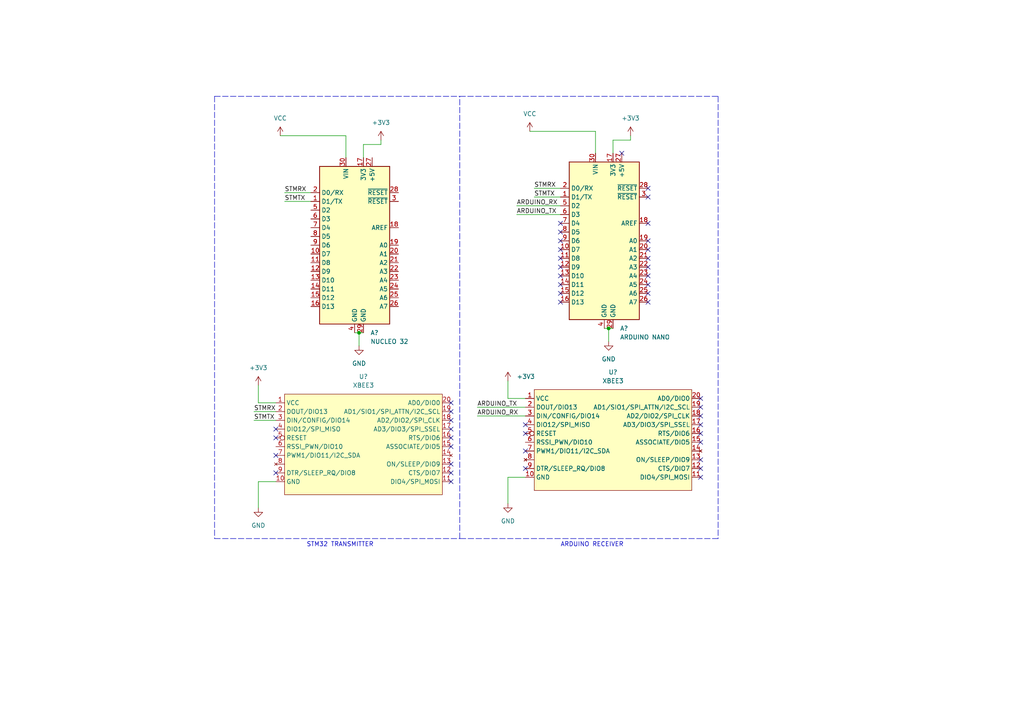
<source format=kicad_sch>
(kicad_sch (version 20211123) (generator eeschema)
  (paper "A4")
  (lib_symbols
    (symbol "Added_Modules:XBEE3"
      (property "Reference" "U" (at 0 24.13 0))
      (property "Value" "XBEE3" (at 0 -7.62 0))
      (symbol "XBEE3_0_1"
        (rectangle (start -22.86 22.86) (end 22.86 -6.35) (fill (type background)))
      )
      (symbol "XBEE3_1_1"
        (pin power_in line (at -25.4 20.32 0) (length 2.54) (name "VCC") (number "1"))
        (pin power_in line (at -25.4 -2.54 0) (length 2.54) (name "GND") (number "10"))
        (pin bidirectional line (at 25.4 -2.54 180) (length 2.54) (name "DIO4/SPI_MOSI") (number "11"))
        (pin bidirectional line (at 25.4 0 180) (length 2.54) (name "CTS/DIO7") (number "12"))
        (pin bidirectional line (at 25.4 2.54 180) (length 2.54) (name "ON/SLEEP/DIO9") (number "13"))
        (pin no_connect line (at 25.4 5.08 180) (length 2.54) (name "") (number "14"))
        (pin bidirectional line (at 25.4 7.62 180) (length 2.54) (name "ASSOCIATE/DIO5") (number "15"))
        (pin bidirectional line (at 25.4 10.16 180) (length 2.54) (name "RTS/DIO6") (number "16"))
        (pin bidirectional line (at 25.4 12.7 180) (length 2.54) (name "AD3/DIO3/SPI_SSEL") (number "17"))
        (pin bidirectional line (at 25.4 15.24 180) (length 2.54) (name "AD2/DIO2/SPI_CLK") (number "18"))
        (pin bidirectional line (at 25.4 17.78 180) (length 2.54) (name "AD1/SIO1/SPI_ATTN/I2C_SCL") (number "19"))
        (pin bidirectional line (at -25.4 17.78 0) (length 2.54) (name "DOUT/DIO13") (number "2"))
        (pin bidirectional line (at 25.4 20.32 180) (length 2.54) (name "AD0/DIO0") (number "20"))
        (pin bidirectional line (at -25.4 15.24 0) (length 2.54) (name "DIN/CONFIG/DIO14") (number "3"))
        (pin bidirectional line (at -25.4 12.7 0) (length 2.54) (name "DIO12/SPI_MISO") (number "4"))
        (pin input inverted (at -25.4 10.16 0) (length 2.54) (name "RESET") (number "5"))
        (pin bidirectional line (at -25.4 7.62 0) (length 2.54) (name "RSSI_PWN/DIO10") (number "6"))
        (pin bidirectional line (at -25.4 5.08 0) (length 2.54) (name "PWM1/DIO11/I2C_SDA") (number "7"))
        (pin no_connect line (at -25.4 2.54 0) (length 2.54) (name "") (number "8"))
        (pin bidirectional line (at -25.4 0 0) (length 2.54) (name "DTR/SLEEP_RQ/DIO8") (number "9"))
      )
    )
    (symbol "MCU_Module:Arduino_Nano_v3.x"
      (property "Reference" "A" (at -10.16 23.495 0))
      (property "Value" "Arduino_Nano_v3.x" (at 5.08 -24.13 0))
      (symbol "Arduino_Nano_v3.x_0_1"
        (rectangle (start -10.16 22.86) (end 10.16 -22.86) (stroke (width 0.254)) (fill (type background)))
      )
      (symbol "Arduino_Nano_v3.x_1_1"
        (pin bidirectional line (at -12.7 12.7 0) (length 2.54) (name "D1/TX") (number "1"))
        (pin bidirectional line (at -12.7 -2.54 0) (length 2.54) (name "D7") (number "10"))
        (pin bidirectional line (at -12.7 -5.08 0) (length 2.54) (name "D8") (number "11"))
        (pin bidirectional line (at -12.7 -7.62 0) (length 2.54) (name "D9") (number "12"))
        (pin bidirectional line (at -12.7 -10.16 0) (length 2.54) (name "D10") (number "13"))
        (pin bidirectional line (at -12.7 -12.7 0) (length 2.54) (name "D11") (number "14"))
        (pin bidirectional line (at -12.7 -15.24 0) (length 2.54) (name "D12") (number "15"))
        (pin bidirectional line (at -12.7 -17.78 0) (length 2.54) (name "D13") (number "16"))
        (pin power_out line (at 2.54 25.4 270) (length 2.54) (name "3V3") (number "17"))
        (pin input line (at 12.7 5.08 180) (length 2.54) (name "AREF") (number "18"))
        (pin bidirectional line (at 12.7 0 180) (length 2.54) (name "A0") (number "19"))
        (pin bidirectional line (at -12.7 15.24 0) (length 2.54) (name "D0/RX") (number "2"))
        (pin bidirectional line (at 12.7 -2.54 180) (length 2.54) (name "A1") (number "20"))
        (pin bidirectional line (at 12.7 -5.08 180) (length 2.54) (name "A2") (number "21"))
        (pin bidirectional line (at 12.7 -7.62 180) (length 2.54) (name "A3") (number "22"))
        (pin bidirectional line (at 12.7 -10.16 180) (length 2.54) (name "A4") (number "23"))
        (pin bidirectional line (at 12.7 -12.7 180) (length 2.54) (name "A5") (number "24"))
        (pin bidirectional line (at 12.7 -15.24 180) (length 2.54) (name "A6") (number "25"))
        (pin bidirectional line (at 12.7 -17.78 180) (length 2.54) (name "A7") (number "26"))
        (pin power_out line (at 5.08 25.4 270) (length 2.54) (name "+5V") (number "27"))
        (pin input line (at 12.7 15.24 180) (length 2.54) (name "~{RESET}") (number "28"))
        (pin power_in line (at 2.54 -25.4 90) (length 2.54) (name "GND") (number "29"))
        (pin input line (at 12.7 12.7 180) (length 2.54) (name "~{RESET}") (number "3"))
        (pin power_in line (at -2.54 25.4 270) (length 2.54) (name "VIN") (number "30"))
        (pin power_in line (at 0 -25.4 90) (length 2.54) (name "GND") (number "4"))
        (pin bidirectional line (at -12.7 10.16 0) (length 2.54) (name "D2") (number "5"))
        (pin bidirectional line (at -12.7 7.62 0) (length 2.54) (name "D3") (number "6"))
        (pin bidirectional line (at -12.7 5.08 0) (length 2.54) (name "D4") (number "7"))
        (pin bidirectional line (at -12.7 2.54 0) (length 2.54) (name "D5") (number "8"))
        (pin bidirectional line (at -12.7 0 0) (length 2.54) (name "D6") (number "9"))
      )
    )
    (symbol "power:+3V3" (power) (pin_names (offset 0))
      (property "Value" "+3V3" (at 0 3.556 0))
      (symbol "+3V3_0_1"
        (polyline (pts (xy -0.762 1.27) (xy 0 2.54)))
        (polyline (pts (xy 0 0) (xy 0 2.54)))
        (polyline (pts (xy 0 2.54) (xy 0.762 1.27)))
      )
      (symbol "+3V3_1_1"
        (pin power_in line (at 0 0 90) (length 0) hide (name "+3V3") (number "1"))
      )
    )
    (symbol "power:GND" (power) (pin_names (offset 0))
      (property "Value" "GND" (at 0 -3.81 0))
      (symbol "GND_0_1"
        (polyline (pts (xy 0 0) (xy 0 -1.27) (xy 1.27 -1.27) (xy 0 -2.54) (xy -1.27 -1.27) (xy 0 -1.27)))
      )
      (symbol "GND_1_1"
        (pin power_in line (at 0 0 270) (length 0) hide (name "GND") (number "1"))
      )
    )
    (symbol "power:VCC" (power) (pin_names (offset 0))
      (property "Value" "VCC" (at 0 3.81 0))
      (symbol "VCC_0_1"
        (polyline (pts (xy -0.762 1.27) (xy 0 2.54)))
        (polyline (pts (xy 0 0) (xy 0 2.54)))
        (polyline (pts (xy 0 2.54) (xy 0.762 1.27)))
      )
      (symbol "VCC_1_1"
        (pin power_in line (at 0 0 90) (length 0) hide (name "VCC") (number "1"))
      )
    )
  )
  (junction (at 104.14 96.52))
  (junction (at 176.53 95.25))
  (no_connect (at 203.2 138.43))
  (no_connect (at 152.4 135.89))
  (no_connect (at 203.2 115.57))
  (no_connect (at 80.01 132.08))
  (no_connect (at 80.01 124.46))
  (no_connect (at 80.01 127))
  (no_connect (at 80.01 137.16))
  (no_connect (at 130.81 134.62))
  (no_connect (at 130.81 127))
  (no_connect (at 130.81 137.16))
  (no_connect (at 130.81 129.54))
  (no_connect (at 130.81 139.7))
  (no_connect (at 130.81 121.92))
  (no_connect (at 130.81 116.84))
  (no_connect (at 130.81 124.46))
  (no_connect (at 130.81 119.38))
  (no_connect (at 203.2 135.89))
  (no_connect (at 152.4 130.81))
  (no_connect (at 203.2 123.19))
  (no_connect (at 203.2 120.65))
  (no_connect (at 162.56 74.93))
  (no_connect (at 162.56 69.85))
  (no_connect (at 162.56 67.31))
  (no_connect (at 162.56 64.77))
  (no_connect (at 162.56 72.39))
  (no_connect (at 162.56 77.47))
  (no_connect (at 162.56 82.55))
  (no_connect (at 162.56 85.09))
  (no_connect (at 162.56 87.63))
  (no_connect (at 162.56 80.01))
  (no_connect (at 187.96 80.01))
  (no_connect (at 187.96 77.47))
  (no_connect (at 187.96 87.63))
  (no_connect (at 187.96 82.55))
  (no_connect (at 187.96 72.39))
  (no_connect (at 187.96 85.09))
  (no_connect (at 187.96 74.93))
  (no_connect (at 180.34 44.45))
  (no_connect (at 187.96 64.77))
  (no_connect (at 187.96 54.61))
  (no_connect (at 187.96 57.15))
  (no_connect (at 187.96 69.85))
  (no_connect (at 203.2 128.27))
  (no_connect (at 152.4 125.73))
  (no_connect (at 203.2 118.11))
  (no_connect (at 203.2 133.35))
  (no_connect (at 203.2 125.73))
  (no_connect (at 152.4 123.19))
  (wire (pts (xy 105.41 45.72) (xy 105.41 41.91)))
  (polyline (pts (xy 208.28 27.94) (xy 208.28 156.21)))
  (wire (pts (xy 73.66 119.38) (xy 80.01 119.38)))
  (polyline (pts (xy 62.23 156.21) (xy 133.35 156.21)))
  (wire (pts (xy 110.49 41.91) (xy 110.49 40.64)))
  (polyline (pts (xy 208.28 156.21) (xy 133.35 156.21)))
  (wire (pts (xy 74.93 116.84) (xy 80.01 116.84)))
  (wire (pts (xy 74.93 111.76) (xy 74.93 116.84)))
  (polyline (pts (xy 133.35 156.21) (xy 133.35 27.94)))
  (wire (pts (xy 80.01 139.7) (xy 74.93 139.7)))
  (wire (pts (xy 138.43 118.11) (xy 152.4 118.11)))
  (wire (pts (xy 102.87 96.52) (xy 104.14 96.52)))
  (polyline (pts (xy 62.23 27.94) (xy 62.23 156.21)))
  (polyline (pts (xy 62.23 27.94) (xy 133.35 27.94)))
  (wire (pts (xy 138.43 120.65) (xy 152.4 120.65)))
  (wire (pts (xy 177.8 44.45) (xy 177.8 40.64)))
  (wire (pts (xy 105.41 41.91) (xy 110.49 41.91)))
  (wire (pts (xy 73.66 121.92) (xy 80.01 121.92)))
  (wire (pts (xy 154.94 57.15) (xy 162.56 57.15)))
  (wire (pts (xy 177.8 40.64) (xy 182.88 40.64)))
  (wire (pts (xy 175.26 95.25) (xy 176.53 95.25)))
  (wire (pts (xy 176.53 95.25) (xy 176.53 99.06)))
  (polyline (pts (xy 133.35 27.94) (xy 208.28 27.94)))
  (wire (pts (xy 81.28 39.37) (xy 100.33 39.37)))
  (wire (pts (xy 149.86 59.69) (xy 162.56 59.69)))
  (wire (pts (xy 153.67 38.1) (xy 172.72 38.1)))
  (wire (pts (xy 147.32 110.49) (xy 147.32 115.57)))
  (wire (pts (xy 172.72 38.1) (xy 172.72 44.45)))
  (wire (pts (xy 104.14 96.52) (xy 105.41 96.52)))
  (wire (pts (xy 149.86 62.23) (xy 162.56 62.23)))
  (wire (pts (xy 152.4 138.43) (xy 147.32 138.43)))
  (wire (pts (xy 182.88 40.64) (xy 182.88 39.37)))
  (wire (pts (xy 176.53 95.25) (xy 177.8 95.25)))
  (wire (pts (xy 100.33 39.37) (xy 100.33 45.72)))
  (wire (pts (xy 74.93 139.7) (xy 74.93 147.32)))
  (wire (pts (xy 82.55 55.88) (xy 90.17 55.88)))
  (wire (pts (xy 147.32 115.57) (xy 152.4 115.57)))
  (wire (pts (xy 154.94 54.61) (xy 162.56 54.61)))
  (wire (pts (xy 104.14 96.52) (xy 104.14 100.33)))
  (wire (pts (xy 147.32 138.43) (xy 147.32 146.05)))
  (wire (pts (xy 82.55 58.42) (xy 90.17 58.42)))
  (text "STM32 TRANSMITTER\n" (at 88.9 158.75 0) (effects (font (size 1.27 1.27)) (justify left bottom)))
  (text "ARDUINO RECEIVER\n" (at 162.56 158.75 0) (effects (font (size 1.27 1.27)) (justify left bottom)))
  (label "STMTX" (at 82.55 58.42 0))
  (label "ARDUINO_TX" (at 149.86 62.23 0))
  (label "STMTX" (at 73.66 121.92 0))
  (label "ARDUINO_TX" (at 138.43 118.11 0))
  (label "STMRX" (at 73.66 119.38 0))
  (label "STMRX" (at 82.55 55.88 0))
  (label "ARDUINO_RX" (at 138.43 120.65 0))
  (label "STMTX" (at 154.94 57.15 0))
  (label "STMRX" (at 154.94 54.61 0))
  (label "ARDUINO_RX" (at 149.86 59.69 0))
  (symbol (lib_id "power:+3V3") (at 182.88 39.37 0) (unit 1)
    (property "Reference" "#PWR?" (effects hide))
    (property "Value" "+3V3" (at 182.88 34.29 0))
  )
  (symbol (lib_id "power:GND") (at 74.93 147.32 0) (unit 1)
    (property "Reference" "#PWR?" (effects hide))
    (property "Value" "GND" (at 74.93 152.4 0))
  )
  (symbol (lib_id "MCU_Module:Arduino_Nano_v3.x") (at 102.87 71.12 0) (unit 1)
    (property "Reference" "A?" (at 107.4294 96.52 0) (effects (justify left)))
    (property "Value" "NUCLEO 32" (at 107.4294 99.06 0) (effects (justify left)))
    (property "Footprint" "Module:Arduino_Nano" (effects hide))
    (property "Datasheet" "http://www.mouser.com/pdfdocs/Gravitech_Arduino_Nano3_0.pdf" (effects hide))
  )
  (symbol (lib_id "power:VCC") (at 81.28 39.37 0) (unit 1)
    (property "Reference" "#PWR?" (effects hide))
    (property "Value" "VCC" (at 81.28 34.29 0))
  )
  (symbol (lib_id "Added_Modules:XBEE3") (at 105.41 137.16 0) (unit 1)
    (property "Reference" "U?" (at 105.41 109.22 0))
    (property "Value" "XBEE3" (at 105.41 111.76 0))
  )
  (symbol (lib_id "power:GND") (at 147.32 146.05 0) (unit 1)
    (property "Reference" "#PWR?" (effects hide))
    (property "Value" "GND" (at 147.32 151.13 0))
  )
  (symbol (lib_id "power:+3V3") (at 74.93 111.76 0) (unit 1)
    (property "Reference" "#PWR?" (effects hide))
    (property "Value" "+3V3" (at 74.93 106.68 0))
  )
  (symbol (lib_id "Added_Modules:XBEE3") (at 177.8 135.89 0) (unit 1)
    (property "Reference" "U?" (at 177.8 107.95 0))
    (property "Value" "XBEE3" (at 177.8 110.49 0))
  )
  (symbol (lib_id "power:GND") (at 104.14 100.33 0) (unit 1)
    (property "Reference" "#PWR?" (effects hide))
    (property "Value" "GND" (at 104.14 105.41 0))
  )
  (symbol (lib_id "power:+3V3") (at 110.49 40.64 0) (unit 1)
    (property "Reference" "#PWR?" (effects hide))
    (property "Value" "+3V3" (at 110.49 35.56 0))
  )
  (symbol (lib_id "power:+3V3") (at 147.32 110.49 0) (unit 1)
    (property "Reference" "#PWR?" (effects hide))
    (property "Value" "+3V3" (at 149.86 109.2199 0) (effects (justify left)))
  )
  (symbol (lib_id "power:VCC") (at 153.67 38.1 0) (unit 1)
    (property "Reference" "#PWR?" (effects hide))
    (property "Value" "VCC" (at 153.67 33.02 0))
  )
  (symbol (lib_id "MCU_Module:Arduino_Nano_v3.x") (at 175.26 69.85 0) (unit 1)
    (property "Reference" "A?" (at 179.8194 95.25 0) (effects (justify left)))
    (property "Value" "ARDUINO NANO" (at 179.8194 97.79 0) (effects (justify left)))
    (property "Footprint" "Module:Arduino_Nano" (effects hide))
    (property "Datasheet" "http://www.mouser.com/pdfdocs/Gravitech_Arduino_Nano3_0.pdf" (effects hide))
  )
  (symbol (lib_id "power:GND") (at 176.53 99.06 0) (unit 1)
    (property "Reference" "#PWR?" (effects hide))
    (property "Value" "GND" (at 176.53 104.14 0))
  )
)
</source>
